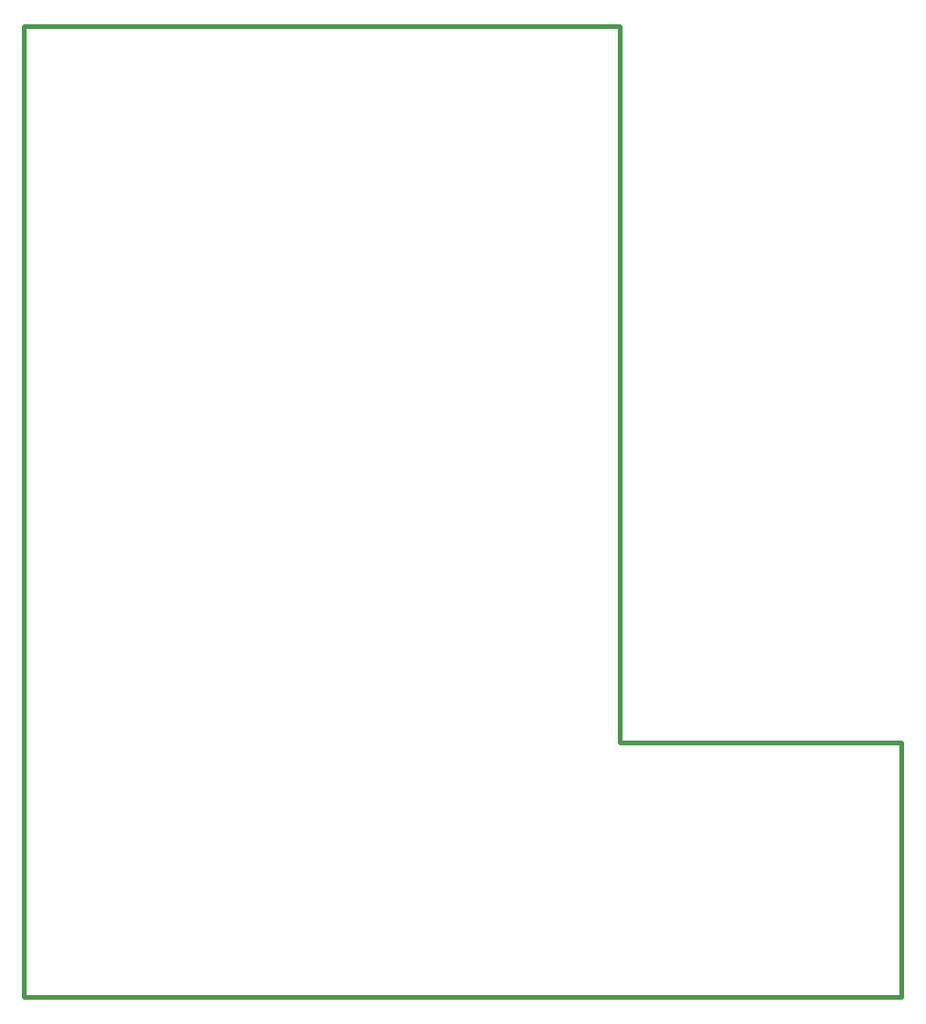
<source format=gko>
G04*
G04 #@! TF.GenerationSoftware,Altium Limited,Altium Designer,23.11.1 (41)*
G04*
G04 Layer_Color=16711935*
%FSLAX25Y25*%
%MOIN*%
G70*
G04*
G04 #@! TF.SameCoordinates,F81B5662-C64E-47A4-8FBC-E69FC3E7E543*
G04*
G04*
G04 #@! TF.FilePolarity,Positive*
G04*
G01*
G75*
%ADD105C,0.01968*%
D105*
X0Y0D02*
Y413386D01*
X254000D01*
Y108268D02*
Y413386D01*
Y108268D02*
X374016D01*
Y0D02*
Y108268D01*
X0Y0D02*
X374016D01*
M02*

</source>
